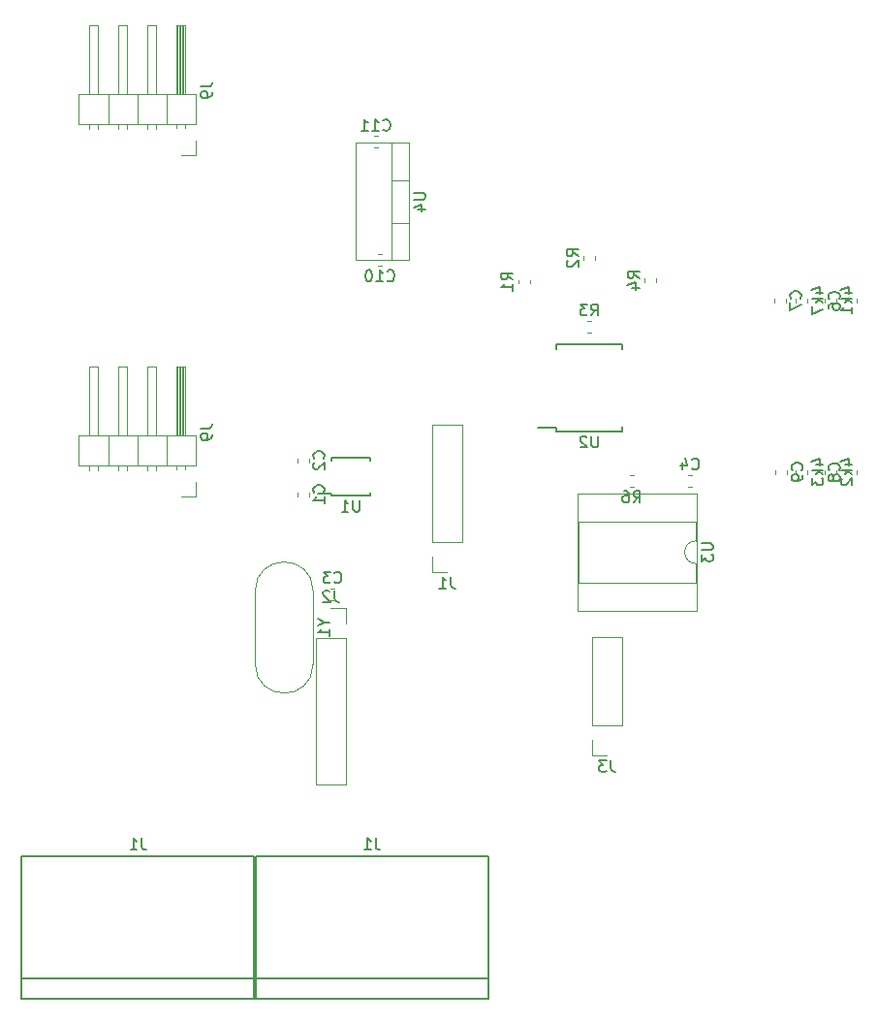
<source format=gbo>
G04 #@! TF.GenerationSoftware,KiCad,Pcbnew,(5.0.2)-1*
G04 #@! TF.CreationDate,2019-02-15T13:53:22+00:00*
G04 #@! TF.ProjectId,panel,70616e65-6c2e-46b6-9963-61645f706362,rev?*
G04 #@! TF.SameCoordinates,Original*
G04 #@! TF.FileFunction,Legend,Bot*
G04 #@! TF.FilePolarity,Positive*
%FSLAX46Y46*%
G04 Gerber Fmt 4.6, Leading zero omitted, Abs format (unit mm)*
G04 Created by KiCad (PCBNEW (5.0.2)-1) date 15/02/2019 13:53:22*
%MOMM*%
%LPD*%
G01*
G04 APERTURE LIST*
%ADD10C,0.120000*%
%ADD11C,0.150000*%
G04 APERTURE END LIST*
D10*
G04 #@! TO.C,J1*
X114684500Y-76267000D02*
X117344500Y-76267000D01*
X114684500Y-86487000D02*
X114684500Y-76267000D01*
X117344500Y-86487000D02*
X117344500Y-76267000D01*
X114684500Y-86487000D02*
X117344500Y-86487000D01*
X114684500Y-87757000D02*
X114684500Y-89087000D01*
X114684500Y-89087000D02*
X116014500Y-89087000D01*
G04 #@! TO.C,4k1*
X149032500Y-65542279D02*
X149032500Y-65216721D01*
X150052500Y-65542279D02*
X150052500Y-65216721D01*
G04 #@! TO.C,4k2*
X150052500Y-80528279D02*
X150052500Y-80202721D01*
X149032500Y-80528279D02*
X149032500Y-80202721D01*
G04 #@! TO.C,4k3*
X147512500Y-80528279D02*
X147512500Y-80202721D01*
X146492500Y-80528279D02*
X146492500Y-80202721D01*
G04 #@! TO.C,4k7*
X147512500Y-65542279D02*
X147512500Y-65216721D01*
X146492500Y-65542279D02*
X146492500Y-65216721D01*
G04 #@! TO.C,C1*
X102931500Y-82484279D02*
X102931500Y-82158721D01*
X103951500Y-82484279D02*
X103951500Y-82158721D01*
G04 #@! TO.C,C2*
X103951500Y-79512279D02*
X103951500Y-79186721D01*
X102931500Y-79512279D02*
X102931500Y-79186721D01*
G04 #@! TO.C,C3*
X106169779Y-90549000D02*
X105844221Y-90549000D01*
X106169779Y-91569000D02*
X105844221Y-91569000D01*
G04 #@! TO.C,C6*
X151830500Y-65267721D02*
X151830500Y-65593279D01*
X150810500Y-65267721D02*
X150810500Y-65593279D01*
G04 #@! TO.C,C7*
X145607500Y-65542279D02*
X145607500Y-65216721D01*
X144587500Y-65542279D02*
X144587500Y-65216721D01*
G04 #@! TO.C,C8*
X151830500Y-80228221D02*
X151830500Y-80553779D01*
X150810500Y-80228221D02*
X150810500Y-80553779D01*
G04 #@! TO.C,C9*
X145734500Y-80528279D02*
X145734500Y-80202721D01*
X144714500Y-80528279D02*
X144714500Y-80202721D01*
G04 #@! TO.C,C10*
X109984221Y-62359000D02*
X110309779Y-62359000D01*
X109984221Y-61339000D02*
X110309779Y-61339000D01*
G04 #@! TO.C,C11*
X109954279Y-52072000D02*
X109628721Y-52072000D01*
X109954279Y-51052000D02*
X109628721Y-51052000D01*
G04 #@! TO.C,J2*
X107184500Y-107629000D02*
X104524500Y-107629000D01*
X107184500Y-94869000D02*
X107184500Y-107629000D01*
X104524500Y-94869000D02*
X104524500Y-107629000D01*
X107184500Y-94869000D02*
X104524500Y-94869000D01*
X107184500Y-93599000D02*
X107184500Y-92269000D01*
X107184500Y-92269000D02*
X105854500Y-92269000D01*
G04 #@! TO.C,R1*
X123255500Y-63591221D02*
X123255500Y-63916779D01*
X122235500Y-63591221D02*
X122235500Y-63916779D01*
G04 #@! TO.C,R2*
X127950500Y-61533721D02*
X127950500Y-61859279D01*
X128970500Y-61533721D02*
X128970500Y-61859279D01*
G04 #@! TO.C,R3*
X128597779Y-68201000D02*
X128272221Y-68201000D01*
X128597779Y-67181000D02*
X128272221Y-67181000D01*
G04 #@! TO.C,R4*
X133284500Y-63438721D02*
X133284500Y-63764279D01*
X134304500Y-63438721D02*
X134304500Y-63764279D01*
G04 #@! TO.C,Y1*
X104315500Y-97153000D02*
X104315500Y-90753000D01*
X99265500Y-97153000D02*
X99265500Y-90753000D01*
X99265500Y-97153000D02*
G75*
G03X104315500Y-97153000I2525000J0D01*
G01*
X99265500Y-90753000D02*
G75*
G02X104315500Y-90753000I2525000J0D01*
G01*
D11*
G04 #@! TO.C,U2*
X125585500Y-76850000D02*
X125585500Y-76500000D01*
X131335500Y-76850000D02*
X131335500Y-76400000D01*
X131335500Y-69200000D02*
X131335500Y-69650000D01*
X125585500Y-69200000D02*
X125585500Y-69650000D01*
X125585500Y-76850000D02*
X131335500Y-76850000D01*
X125585500Y-69200000D02*
X131335500Y-69200000D01*
X125585500Y-76500000D02*
X123985500Y-76500000D01*
D10*
G04 #@! TO.C,C4*
X137411779Y-80643000D02*
X137086221Y-80643000D01*
X137411779Y-81663000D02*
X137086221Y-81663000D01*
G04 #@! TO.C,R6*
X131980721Y-81663000D02*
X132306279Y-81663000D01*
X131980721Y-80643000D02*
X132306279Y-80643000D01*
G04 #@! TO.C,U3*
X137791500Y-86376000D02*
G75*
G03X137791500Y-88376000I0J-1000000D01*
G01*
X137791500Y-88376000D02*
X137791500Y-90026000D01*
X137791500Y-90026000D02*
X127511500Y-90026000D01*
X127511500Y-90026000D02*
X127511500Y-84726000D01*
X127511500Y-84726000D02*
X137791500Y-84726000D01*
X137791500Y-84726000D02*
X137791500Y-86376000D01*
X137851500Y-92516000D02*
X127451500Y-92516000D01*
X127451500Y-92516000D02*
X127451500Y-82236000D01*
X127451500Y-82236000D02*
X137851500Y-82236000D01*
X137851500Y-82236000D02*
X137851500Y-92516000D01*
G04 #@! TO.C,J3*
X128654500Y-94809000D02*
X131314500Y-94809000D01*
X128654500Y-102489000D02*
X128654500Y-94809000D01*
X131314500Y-102489000D02*
X131314500Y-94809000D01*
X128654500Y-102489000D02*
X131314500Y-102489000D01*
X128654500Y-103759000D02*
X128654500Y-105089000D01*
X128654500Y-105089000D02*
X129984500Y-105089000D01*
G04 #@! TO.C,U4*
X112680500Y-61889000D02*
X112680500Y-51649000D01*
X108039500Y-61889000D02*
X108039500Y-51649000D01*
X112680500Y-61889000D02*
X108039500Y-61889000D01*
X112680500Y-51649000D02*
X108039500Y-51649000D01*
X111170500Y-61889000D02*
X111170500Y-51649000D01*
X112680500Y-58619000D02*
X111170500Y-58619000D01*
X112680500Y-54918000D02*
X111170500Y-54918000D01*
D11*
G04 #@! TO.C,U1*
X105957500Y-82447000D02*
X105957500Y-82222000D01*
X109307500Y-82447000D02*
X109307500Y-82147000D01*
X109307500Y-79097000D02*
X109307500Y-79397000D01*
X105957500Y-79097000D02*
X105957500Y-79397000D01*
X105957500Y-82447000D02*
X109307500Y-82447000D01*
X105957500Y-79097000D02*
X109307500Y-79097000D01*
X105957500Y-82222000D02*
X104732500Y-82222000D01*
G04 #@! TO.C,J1*
X99187000Y-113919000D02*
X78867000Y-113919000D01*
X78867000Y-113919000D02*
X78867000Y-126365000D01*
X78867000Y-126365000D02*
X99187000Y-126365000D01*
X99187000Y-126365000D02*
X99187000Y-113919000D01*
X99187000Y-124587000D02*
X78867000Y-124587000D01*
D10*
G04 #@! TO.C,J9*
X94103500Y-49995000D02*
X83823500Y-49995000D01*
X83823500Y-49995000D02*
X83823500Y-47335000D01*
X83823500Y-47335000D02*
X94103500Y-47335000D01*
X94103500Y-47335000D02*
X94103500Y-49995000D01*
X93153500Y-47335000D02*
X93153500Y-41335000D01*
X93153500Y-41335000D02*
X92393500Y-41335000D01*
X92393500Y-41335000D02*
X92393500Y-47335000D01*
X93093500Y-47335000D02*
X93093500Y-41335000D01*
X92973500Y-47335000D02*
X92973500Y-41335000D01*
X92853500Y-47335000D02*
X92853500Y-41335000D01*
X92733500Y-47335000D02*
X92733500Y-41335000D01*
X92613500Y-47335000D02*
X92613500Y-41335000D01*
X92493500Y-47335000D02*
X92493500Y-41335000D01*
X93153500Y-50325000D02*
X93153500Y-49995000D01*
X92393500Y-50325000D02*
X92393500Y-49995000D01*
X91503500Y-49995000D02*
X91503500Y-47335000D01*
X90613500Y-47335000D02*
X90613500Y-41335000D01*
X90613500Y-41335000D02*
X89853500Y-41335000D01*
X89853500Y-41335000D02*
X89853500Y-47335000D01*
X90613500Y-50392071D02*
X90613500Y-49995000D01*
X89853500Y-50392071D02*
X89853500Y-49995000D01*
X88963500Y-49995000D02*
X88963500Y-47335000D01*
X88073500Y-47335000D02*
X88073500Y-41335000D01*
X88073500Y-41335000D02*
X87313500Y-41335000D01*
X87313500Y-41335000D02*
X87313500Y-47335000D01*
X88073500Y-50392071D02*
X88073500Y-49995000D01*
X87313500Y-50392071D02*
X87313500Y-49995000D01*
X86423500Y-49995000D02*
X86423500Y-47335000D01*
X85533500Y-47335000D02*
X85533500Y-41335000D01*
X85533500Y-41335000D02*
X84773500Y-41335000D01*
X84773500Y-41335000D02*
X84773500Y-47335000D01*
X85533500Y-50392071D02*
X85533500Y-49995000D01*
X84773500Y-50392071D02*
X84773500Y-49995000D01*
X92773500Y-52705000D02*
X94043500Y-52705000D01*
X94043500Y-52705000D02*
X94043500Y-51435000D01*
X94103500Y-79840000D02*
X83823500Y-79840000D01*
X83823500Y-79840000D02*
X83823500Y-77180000D01*
X83823500Y-77180000D02*
X94103500Y-77180000D01*
X94103500Y-77180000D02*
X94103500Y-79840000D01*
X93153500Y-77180000D02*
X93153500Y-71180000D01*
X93153500Y-71180000D02*
X92393500Y-71180000D01*
X92393500Y-71180000D02*
X92393500Y-77180000D01*
X93093500Y-77180000D02*
X93093500Y-71180000D01*
X92973500Y-77180000D02*
X92973500Y-71180000D01*
X92853500Y-77180000D02*
X92853500Y-71180000D01*
X92733500Y-77180000D02*
X92733500Y-71180000D01*
X92613500Y-77180000D02*
X92613500Y-71180000D01*
X92493500Y-77180000D02*
X92493500Y-71180000D01*
X93153500Y-80170000D02*
X93153500Y-79840000D01*
X92393500Y-80170000D02*
X92393500Y-79840000D01*
X91503500Y-79840000D02*
X91503500Y-77180000D01*
X90613500Y-77180000D02*
X90613500Y-71180000D01*
X90613500Y-71180000D02*
X89853500Y-71180000D01*
X89853500Y-71180000D02*
X89853500Y-77180000D01*
X90613500Y-80237071D02*
X90613500Y-79840000D01*
X89853500Y-80237071D02*
X89853500Y-79840000D01*
X88963500Y-79840000D02*
X88963500Y-77180000D01*
X88073500Y-77180000D02*
X88073500Y-71180000D01*
X88073500Y-71180000D02*
X87313500Y-71180000D01*
X87313500Y-71180000D02*
X87313500Y-77180000D01*
X88073500Y-80237071D02*
X88073500Y-79840000D01*
X87313500Y-80237071D02*
X87313500Y-79840000D01*
X86423500Y-79840000D02*
X86423500Y-77180000D01*
X85533500Y-77180000D02*
X85533500Y-71180000D01*
X85533500Y-71180000D02*
X84773500Y-71180000D01*
X84773500Y-71180000D02*
X84773500Y-77180000D01*
X85533500Y-80237071D02*
X85533500Y-79840000D01*
X84773500Y-80237071D02*
X84773500Y-79840000D01*
X92773500Y-82550000D02*
X94043500Y-82550000D01*
X94043500Y-82550000D02*
X94043500Y-81280000D01*
D11*
G04 #@! TO.C,J1*
X119634000Y-113919000D02*
X99314000Y-113919000D01*
X99314000Y-113919000D02*
X99314000Y-126365000D01*
X99314000Y-126365000D02*
X119634000Y-126365000D01*
X119634000Y-126365000D02*
X119634000Y-113919000D01*
X119634000Y-124587000D02*
X99314000Y-124587000D01*
X116347833Y-89539380D02*
X116347833Y-90253666D01*
X116395452Y-90396523D01*
X116490690Y-90491761D01*
X116633547Y-90539380D01*
X116728785Y-90539380D01*
X115347833Y-90539380D02*
X115919261Y-90539380D01*
X115633547Y-90539380D02*
X115633547Y-89539380D01*
X115728785Y-89682238D01*
X115824023Y-89777476D01*
X115919261Y-89825095D01*
G04 #@! TO.C,4k1*
X150758214Y-64689023D02*
X151424880Y-64689023D01*
X150377261Y-64450928D02*
X151091547Y-64212833D01*
X151091547Y-64831880D01*
X151424880Y-65212833D02*
X150424880Y-65212833D01*
X151043928Y-65308071D02*
X151424880Y-65593785D01*
X150758214Y-65593785D02*
X151139166Y-65212833D01*
X151424880Y-66546166D02*
X151424880Y-65974738D01*
X151424880Y-66260452D02*
X150424880Y-66260452D01*
X150567738Y-66165214D01*
X150662976Y-66069976D01*
X150710595Y-65974738D01*
G04 #@! TO.C,4k2*
X150758214Y-79675023D02*
X151424880Y-79675023D01*
X150377261Y-79436928D02*
X151091547Y-79198833D01*
X151091547Y-79817880D01*
X151424880Y-80198833D02*
X150424880Y-80198833D01*
X151043928Y-80294071D02*
X151424880Y-80579785D01*
X150758214Y-80579785D02*
X151139166Y-80198833D01*
X150520119Y-80960738D02*
X150472500Y-81008357D01*
X150424880Y-81103595D01*
X150424880Y-81341690D01*
X150472500Y-81436928D01*
X150520119Y-81484547D01*
X150615357Y-81532166D01*
X150710595Y-81532166D01*
X150853452Y-81484547D01*
X151424880Y-80913119D01*
X151424880Y-81532166D01*
G04 #@! TO.C,4k3*
X148218214Y-79675023D02*
X148884880Y-79675023D01*
X147837261Y-79436928D02*
X148551547Y-79198833D01*
X148551547Y-79817880D01*
X148884880Y-80198833D02*
X147884880Y-80198833D01*
X148503928Y-80294071D02*
X148884880Y-80579785D01*
X148218214Y-80579785D02*
X148599166Y-80198833D01*
X147884880Y-80913119D02*
X147884880Y-81532166D01*
X148265833Y-81198833D01*
X148265833Y-81341690D01*
X148313452Y-81436928D01*
X148361071Y-81484547D01*
X148456309Y-81532166D01*
X148694404Y-81532166D01*
X148789642Y-81484547D01*
X148837261Y-81436928D01*
X148884880Y-81341690D01*
X148884880Y-81055976D01*
X148837261Y-80960738D01*
X148789642Y-80913119D01*
G04 #@! TO.C,4k7*
X148218214Y-64689023D02*
X148884880Y-64689023D01*
X147837261Y-64450928D02*
X148551547Y-64212833D01*
X148551547Y-64831880D01*
X148884880Y-65212833D02*
X147884880Y-65212833D01*
X148503928Y-65308071D02*
X148884880Y-65593785D01*
X148218214Y-65593785D02*
X148599166Y-65212833D01*
X147884880Y-65927119D02*
X147884880Y-66593785D01*
X148884880Y-66165214D01*
G04 #@! TO.C,C1*
X105228642Y-82154833D02*
X105276261Y-82107214D01*
X105323880Y-81964357D01*
X105323880Y-81869119D01*
X105276261Y-81726261D01*
X105181023Y-81631023D01*
X105085785Y-81583404D01*
X104895309Y-81535785D01*
X104752452Y-81535785D01*
X104561976Y-81583404D01*
X104466738Y-81631023D01*
X104371500Y-81726261D01*
X104323880Y-81869119D01*
X104323880Y-81964357D01*
X104371500Y-82107214D01*
X104419119Y-82154833D01*
X105323880Y-83107214D02*
X105323880Y-82535785D01*
X105323880Y-82821500D02*
X104323880Y-82821500D01*
X104466738Y-82726261D01*
X104561976Y-82631023D01*
X104609595Y-82535785D01*
G04 #@! TO.C,C2*
X105228642Y-79182833D02*
X105276261Y-79135214D01*
X105323880Y-78992357D01*
X105323880Y-78897119D01*
X105276261Y-78754261D01*
X105181023Y-78659023D01*
X105085785Y-78611404D01*
X104895309Y-78563785D01*
X104752452Y-78563785D01*
X104561976Y-78611404D01*
X104466738Y-78659023D01*
X104371500Y-78754261D01*
X104323880Y-78897119D01*
X104323880Y-78992357D01*
X104371500Y-79135214D01*
X104419119Y-79182833D01*
X104419119Y-79563785D02*
X104371500Y-79611404D01*
X104323880Y-79706642D01*
X104323880Y-79944738D01*
X104371500Y-80039976D01*
X104419119Y-80087595D01*
X104514357Y-80135214D01*
X104609595Y-80135214D01*
X104752452Y-80087595D01*
X105323880Y-79516166D01*
X105323880Y-80135214D01*
G04 #@! TO.C,C3*
X106173666Y-89986142D02*
X106221285Y-90033761D01*
X106364142Y-90081380D01*
X106459380Y-90081380D01*
X106602238Y-90033761D01*
X106697476Y-89938523D01*
X106745095Y-89843285D01*
X106792714Y-89652809D01*
X106792714Y-89509952D01*
X106745095Y-89319476D01*
X106697476Y-89224238D01*
X106602238Y-89129000D01*
X106459380Y-89081380D01*
X106364142Y-89081380D01*
X106221285Y-89129000D01*
X106173666Y-89176619D01*
X105840333Y-89081380D02*
X105221285Y-89081380D01*
X105554619Y-89462333D01*
X105411761Y-89462333D01*
X105316523Y-89509952D01*
X105268904Y-89557571D01*
X105221285Y-89652809D01*
X105221285Y-89890904D01*
X105268904Y-89986142D01*
X105316523Y-90033761D01*
X105411761Y-90081380D01*
X105697476Y-90081380D01*
X105792714Y-90033761D01*
X105840333Y-89986142D01*
G04 #@! TO.C,C6*
X150247642Y-65263833D02*
X150295261Y-65216214D01*
X150342880Y-65073357D01*
X150342880Y-64978119D01*
X150295261Y-64835261D01*
X150200023Y-64740023D01*
X150104785Y-64692404D01*
X149914309Y-64644785D01*
X149771452Y-64644785D01*
X149580976Y-64692404D01*
X149485738Y-64740023D01*
X149390500Y-64835261D01*
X149342880Y-64978119D01*
X149342880Y-65073357D01*
X149390500Y-65216214D01*
X149438119Y-65263833D01*
X149342880Y-66120976D02*
X149342880Y-65930500D01*
X149390500Y-65835261D01*
X149438119Y-65787642D01*
X149580976Y-65692404D01*
X149771452Y-65644785D01*
X150152404Y-65644785D01*
X150247642Y-65692404D01*
X150295261Y-65740023D01*
X150342880Y-65835261D01*
X150342880Y-66025738D01*
X150295261Y-66120976D01*
X150247642Y-66168595D01*
X150152404Y-66216214D01*
X149914309Y-66216214D01*
X149819071Y-66168595D01*
X149771452Y-66120976D01*
X149723833Y-66025738D01*
X149723833Y-65835261D01*
X149771452Y-65740023D01*
X149819071Y-65692404D01*
X149914309Y-65644785D01*
G04 #@! TO.C,C7*
X146884642Y-65212833D02*
X146932261Y-65165214D01*
X146979880Y-65022357D01*
X146979880Y-64927119D01*
X146932261Y-64784261D01*
X146837023Y-64689023D01*
X146741785Y-64641404D01*
X146551309Y-64593785D01*
X146408452Y-64593785D01*
X146217976Y-64641404D01*
X146122738Y-64689023D01*
X146027500Y-64784261D01*
X145979880Y-64927119D01*
X145979880Y-65022357D01*
X146027500Y-65165214D01*
X146075119Y-65212833D01*
X145979880Y-65546166D02*
X145979880Y-66212833D01*
X146979880Y-65784261D01*
G04 #@! TO.C,C8*
X150247642Y-80224333D02*
X150295261Y-80176714D01*
X150342880Y-80033857D01*
X150342880Y-79938619D01*
X150295261Y-79795761D01*
X150200023Y-79700523D01*
X150104785Y-79652904D01*
X149914309Y-79605285D01*
X149771452Y-79605285D01*
X149580976Y-79652904D01*
X149485738Y-79700523D01*
X149390500Y-79795761D01*
X149342880Y-79938619D01*
X149342880Y-80033857D01*
X149390500Y-80176714D01*
X149438119Y-80224333D01*
X149771452Y-80795761D02*
X149723833Y-80700523D01*
X149676214Y-80652904D01*
X149580976Y-80605285D01*
X149533357Y-80605285D01*
X149438119Y-80652904D01*
X149390500Y-80700523D01*
X149342880Y-80795761D01*
X149342880Y-80986238D01*
X149390500Y-81081476D01*
X149438119Y-81129095D01*
X149533357Y-81176714D01*
X149580976Y-81176714D01*
X149676214Y-81129095D01*
X149723833Y-81081476D01*
X149771452Y-80986238D01*
X149771452Y-80795761D01*
X149819071Y-80700523D01*
X149866690Y-80652904D01*
X149961928Y-80605285D01*
X150152404Y-80605285D01*
X150247642Y-80652904D01*
X150295261Y-80700523D01*
X150342880Y-80795761D01*
X150342880Y-80986238D01*
X150295261Y-81081476D01*
X150247642Y-81129095D01*
X150152404Y-81176714D01*
X149961928Y-81176714D01*
X149866690Y-81129095D01*
X149819071Y-81081476D01*
X149771452Y-80986238D01*
G04 #@! TO.C,C9*
X147011642Y-80198833D02*
X147059261Y-80151214D01*
X147106880Y-80008357D01*
X147106880Y-79913119D01*
X147059261Y-79770261D01*
X146964023Y-79675023D01*
X146868785Y-79627404D01*
X146678309Y-79579785D01*
X146535452Y-79579785D01*
X146344976Y-79627404D01*
X146249738Y-79675023D01*
X146154500Y-79770261D01*
X146106880Y-79913119D01*
X146106880Y-80008357D01*
X146154500Y-80151214D01*
X146202119Y-80198833D01*
X147106880Y-80675023D02*
X147106880Y-80865500D01*
X147059261Y-80960738D01*
X147011642Y-81008357D01*
X146868785Y-81103595D01*
X146678309Y-81151214D01*
X146297357Y-81151214D01*
X146202119Y-81103595D01*
X146154500Y-81055976D01*
X146106880Y-80960738D01*
X146106880Y-80770261D01*
X146154500Y-80675023D01*
X146202119Y-80627404D01*
X146297357Y-80579785D01*
X146535452Y-80579785D01*
X146630690Y-80627404D01*
X146678309Y-80675023D01*
X146725928Y-80770261D01*
X146725928Y-80960738D01*
X146678309Y-81055976D01*
X146630690Y-81103595D01*
X146535452Y-81151214D01*
G04 #@! TO.C,C10*
X110789857Y-63636142D02*
X110837476Y-63683761D01*
X110980333Y-63731380D01*
X111075571Y-63731380D01*
X111218428Y-63683761D01*
X111313666Y-63588523D01*
X111361285Y-63493285D01*
X111408904Y-63302809D01*
X111408904Y-63159952D01*
X111361285Y-62969476D01*
X111313666Y-62874238D01*
X111218428Y-62779000D01*
X111075571Y-62731380D01*
X110980333Y-62731380D01*
X110837476Y-62779000D01*
X110789857Y-62826619D01*
X109837476Y-63731380D02*
X110408904Y-63731380D01*
X110123190Y-63731380D02*
X110123190Y-62731380D01*
X110218428Y-62874238D01*
X110313666Y-62969476D01*
X110408904Y-63017095D01*
X109218428Y-62731380D02*
X109123190Y-62731380D01*
X109027952Y-62779000D01*
X108980333Y-62826619D01*
X108932714Y-62921857D01*
X108885095Y-63112333D01*
X108885095Y-63350428D01*
X108932714Y-63540904D01*
X108980333Y-63636142D01*
X109027952Y-63683761D01*
X109123190Y-63731380D01*
X109218428Y-63731380D01*
X109313666Y-63683761D01*
X109361285Y-63636142D01*
X109408904Y-63540904D01*
X109456523Y-63350428D01*
X109456523Y-63112333D01*
X109408904Y-62921857D01*
X109361285Y-62826619D01*
X109313666Y-62779000D01*
X109218428Y-62731380D01*
G04 #@! TO.C,C11*
X110434357Y-50489142D02*
X110481976Y-50536761D01*
X110624833Y-50584380D01*
X110720071Y-50584380D01*
X110862928Y-50536761D01*
X110958166Y-50441523D01*
X111005785Y-50346285D01*
X111053404Y-50155809D01*
X111053404Y-50012952D01*
X111005785Y-49822476D01*
X110958166Y-49727238D01*
X110862928Y-49632000D01*
X110720071Y-49584380D01*
X110624833Y-49584380D01*
X110481976Y-49632000D01*
X110434357Y-49679619D01*
X109481976Y-50584380D02*
X110053404Y-50584380D01*
X109767690Y-50584380D02*
X109767690Y-49584380D01*
X109862928Y-49727238D01*
X109958166Y-49822476D01*
X110053404Y-49870095D01*
X108529595Y-50584380D02*
X109101023Y-50584380D01*
X108815309Y-50584380D02*
X108815309Y-49584380D01*
X108910547Y-49727238D01*
X109005785Y-49822476D01*
X109101023Y-49870095D01*
G04 #@! TO.C,J2*
X106187833Y-90721380D02*
X106187833Y-91435666D01*
X106235452Y-91578523D01*
X106330690Y-91673761D01*
X106473547Y-91721380D01*
X106568785Y-91721380D01*
X105759261Y-90816619D02*
X105711642Y-90769000D01*
X105616404Y-90721380D01*
X105378309Y-90721380D01*
X105283071Y-90769000D01*
X105235452Y-90816619D01*
X105187833Y-90911857D01*
X105187833Y-91007095D01*
X105235452Y-91149952D01*
X105806880Y-91721380D01*
X105187833Y-91721380D01*
G04 #@! TO.C,R1*
X121767880Y-63587333D02*
X121291690Y-63254000D01*
X121767880Y-63015904D02*
X120767880Y-63015904D01*
X120767880Y-63396857D01*
X120815500Y-63492095D01*
X120863119Y-63539714D01*
X120958357Y-63587333D01*
X121101214Y-63587333D01*
X121196452Y-63539714D01*
X121244071Y-63492095D01*
X121291690Y-63396857D01*
X121291690Y-63015904D01*
X121767880Y-64539714D02*
X121767880Y-63968285D01*
X121767880Y-64254000D02*
X120767880Y-64254000D01*
X120910738Y-64158761D01*
X121005976Y-64063523D01*
X121053595Y-63968285D01*
G04 #@! TO.C,R2*
X127482880Y-61529833D02*
X127006690Y-61196500D01*
X127482880Y-60958404D02*
X126482880Y-60958404D01*
X126482880Y-61339357D01*
X126530500Y-61434595D01*
X126578119Y-61482214D01*
X126673357Y-61529833D01*
X126816214Y-61529833D01*
X126911452Y-61482214D01*
X126959071Y-61434595D01*
X127006690Y-61339357D01*
X127006690Y-60958404D01*
X126578119Y-61910785D02*
X126530500Y-61958404D01*
X126482880Y-62053642D01*
X126482880Y-62291738D01*
X126530500Y-62386976D01*
X126578119Y-62434595D01*
X126673357Y-62482214D01*
X126768595Y-62482214D01*
X126911452Y-62434595D01*
X127482880Y-61863166D01*
X127482880Y-62482214D01*
G04 #@! TO.C,R3*
X128601666Y-66713380D02*
X128935000Y-66237190D01*
X129173095Y-66713380D02*
X129173095Y-65713380D01*
X128792142Y-65713380D01*
X128696904Y-65761000D01*
X128649285Y-65808619D01*
X128601666Y-65903857D01*
X128601666Y-66046714D01*
X128649285Y-66141952D01*
X128696904Y-66189571D01*
X128792142Y-66237190D01*
X129173095Y-66237190D01*
X128268333Y-65713380D02*
X127649285Y-65713380D01*
X127982619Y-66094333D01*
X127839761Y-66094333D01*
X127744523Y-66141952D01*
X127696904Y-66189571D01*
X127649285Y-66284809D01*
X127649285Y-66522904D01*
X127696904Y-66618142D01*
X127744523Y-66665761D01*
X127839761Y-66713380D01*
X128125476Y-66713380D01*
X128220714Y-66665761D01*
X128268333Y-66618142D01*
G04 #@! TO.C,R4*
X132816880Y-63434833D02*
X132340690Y-63101500D01*
X132816880Y-62863404D02*
X131816880Y-62863404D01*
X131816880Y-63244357D01*
X131864500Y-63339595D01*
X131912119Y-63387214D01*
X132007357Y-63434833D01*
X132150214Y-63434833D01*
X132245452Y-63387214D01*
X132293071Y-63339595D01*
X132340690Y-63244357D01*
X132340690Y-62863404D01*
X132150214Y-64291976D02*
X132816880Y-64291976D01*
X131769261Y-64053880D02*
X132483547Y-63815785D01*
X132483547Y-64434833D01*
G04 #@! TO.C,Y1*
X105291690Y-93476809D02*
X105767880Y-93476809D01*
X104767880Y-93143476D02*
X105291690Y-93476809D01*
X104767880Y-93810142D01*
X105767880Y-94667285D02*
X105767880Y-94095857D01*
X105767880Y-94381571D02*
X104767880Y-94381571D01*
X104910738Y-94286333D01*
X105005976Y-94191095D01*
X105053595Y-94095857D01*
G04 #@! TO.C,U2*
X129222404Y-77227380D02*
X129222404Y-78036904D01*
X129174785Y-78132142D01*
X129127166Y-78179761D01*
X129031928Y-78227380D01*
X128841452Y-78227380D01*
X128746214Y-78179761D01*
X128698595Y-78132142D01*
X128650976Y-78036904D01*
X128650976Y-77227380D01*
X128222404Y-77322619D02*
X128174785Y-77275000D01*
X128079547Y-77227380D01*
X127841452Y-77227380D01*
X127746214Y-77275000D01*
X127698595Y-77322619D01*
X127650976Y-77417857D01*
X127650976Y-77513095D01*
X127698595Y-77655952D01*
X128270023Y-78227380D01*
X127650976Y-78227380D01*
G04 #@! TO.C,C4*
X137415666Y-80080142D02*
X137463285Y-80127761D01*
X137606142Y-80175380D01*
X137701380Y-80175380D01*
X137844238Y-80127761D01*
X137939476Y-80032523D01*
X137987095Y-79937285D01*
X138034714Y-79746809D01*
X138034714Y-79603952D01*
X137987095Y-79413476D01*
X137939476Y-79318238D01*
X137844238Y-79223000D01*
X137701380Y-79175380D01*
X137606142Y-79175380D01*
X137463285Y-79223000D01*
X137415666Y-79270619D01*
X136558523Y-79508714D02*
X136558523Y-80175380D01*
X136796619Y-79127761D02*
X137034714Y-79842047D01*
X136415666Y-79842047D01*
G04 #@! TO.C,R6*
X132310166Y-83035380D02*
X132643500Y-82559190D01*
X132881595Y-83035380D02*
X132881595Y-82035380D01*
X132500642Y-82035380D01*
X132405404Y-82083000D01*
X132357785Y-82130619D01*
X132310166Y-82225857D01*
X132310166Y-82368714D01*
X132357785Y-82463952D01*
X132405404Y-82511571D01*
X132500642Y-82559190D01*
X132881595Y-82559190D01*
X131453023Y-82035380D02*
X131643500Y-82035380D01*
X131738738Y-82083000D01*
X131786357Y-82130619D01*
X131881595Y-82273476D01*
X131929214Y-82463952D01*
X131929214Y-82844904D01*
X131881595Y-82940142D01*
X131833976Y-82987761D01*
X131738738Y-83035380D01*
X131548261Y-83035380D01*
X131453023Y-82987761D01*
X131405404Y-82940142D01*
X131357785Y-82844904D01*
X131357785Y-82606809D01*
X131405404Y-82511571D01*
X131453023Y-82463952D01*
X131548261Y-82416333D01*
X131738738Y-82416333D01*
X131833976Y-82463952D01*
X131881595Y-82511571D01*
X131929214Y-82606809D01*
G04 #@! TO.C,U3*
X138243880Y-86614095D02*
X139053404Y-86614095D01*
X139148642Y-86661714D01*
X139196261Y-86709333D01*
X139243880Y-86804571D01*
X139243880Y-86995047D01*
X139196261Y-87090285D01*
X139148642Y-87137904D01*
X139053404Y-87185523D01*
X138243880Y-87185523D01*
X138243880Y-87566476D02*
X138243880Y-88185523D01*
X138624833Y-87852190D01*
X138624833Y-87995047D01*
X138672452Y-88090285D01*
X138720071Y-88137904D01*
X138815309Y-88185523D01*
X139053404Y-88185523D01*
X139148642Y-88137904D01*
X139196261Y-88090285D01*
X139243880Y-87995047D01*
X139243880Y-87709333D01*
X139196261Y-87614095D01*
X139148642Y-87566476D01*
G04 #@! TO.C,J3*
X130317833Y-105541380D02*
X130317833Y-106255666D01*
X130365452Y-106398523D01*
X130460690Y-106493761D01*
X130603547Y-106541380D01*
X130698785Y-106541380D01*
X129936880Y-105541380D02*
X129317833Y-105541380D01*
X129651166Y-105922333D01*
X129508309Y-105922333D01*
X129413071Y-105969952D01*
X129365452Y-106017571D01*
X129317833Y-106112809D01*
X129317833Y-106350904D01*
X129365452Y-106446142D01*
X129413071Y-106493761D01*
X129508309Y-106541380D01*
X129794023Y-106541380D01*
X129889261Y-106493761D01*
X129936880Y-106446142D01*
G04 #@! TO.C,U4*
X113132880Y-56007095D02*
X113942404Y-56007095D01*
X114037642Y-56054714D01*
X114085261Y-56102333D01*
X114132880Y-56197571D01*
X114132880Y-56388047D01*
X114085261Y-56483285D01*
X114037642Y-56530904D01*
X113942404Y-56578523D01*
X113132880Y-56578523D01*
X113466214Y-57483285D02*
X114132880Y-57483285D01*
X113085261Y-57245190D02*
X113799547Y-57007095D01*
X113799547Y-57626142D01*
G04 #@! TO.C,U1*
X108394404Y-82824380D02*
X108394404Y-83633904D01*
X108346785Y-83729142D01*
X108299166Y-83776761D01*
X108203928Y-83824380D01*
X108013452Y-83824380D01*
X107918214Y-83776761D01*
X107870595Y-83729142D01*
X107822976Y-83633904D01*
X107822976Y-82824380D01*
X106822976Y-83824380D02*
X107394404Y-83824380D01*
X107108690Y-83824380D02*
X107108690Y-82824380D01*
X107203928Y-82967238D01*
X107299166Y-83062476D01*
X107394404Y-83110095D01*
G04 #@! TO.C,J1*
X89360333Y-112347380D02*
X89360333Y-113061666D01*
X89407952Y-113204523D01*
X89503190Y-113299761D01*
X89646047Y-113347380D01*
X89741285Y-113347380D01*
X88360333Y-113347380D02*
X88931761Y-113347380D01*
X88646047Y-113347380D02*
X88646047Y-112347380D01*
X88741285Y-112490238D01*
X88836523Y-112585476D01*
X88931761Y-112633095D01*
G04 #@! TO.C,J9*
X94495880Y-46716666D02*
X95210166Y-46716666D01*
X95353023Y-46669047D01*
X95448261Y-46573809D01*
X95495880Y-46430952D01*
X95495880Y-46335714D01*
X95495880Y-47240476D02*
X95495880Y-47430952D01*
X95448261Y-47526190D01*
X95400642Y-47573809D01*
X95257785Y-47669047D01*
X95067309Y-47716666D01*
X94686357Y-47716666D01*
X94591119Y-47669047D01*
X94543500Y-47621428D01*
X94495880Y-47526190D01*
X94495880Y-47335714D01*
X94543500Y-47240476D01*
X94591119Y-47192857D01*
X94686357Y-47145238D01*
X94924452Y-47145238D01*
X95019690Y-47192857D01*
X95067309Y-47240476D01*
X95114928Y-47335714D01*
X95114928Y-47526190D01*
X95067309Y-47621428D01*
X95019690Y-47669047D01*
X94924452Y-47716666D01*
X94495880Y-76561666D02*
X95210166Y-76561666D01*
X95353023Y-76514047D01*
X95448261Y-76418809D01*
X95495880Y-76275952D01*
X95495880Y-76180714D01*
X95495880Y-77085476D02*
X95495880Y-77275952D01*
X95448261Y-77371190D01*
X95400642Y-77418809D01*
X95257785Y-77514047D01*
X95067309Y-77561666D01*
X94686357Y-77561666D01*
X94591119Y-77514047D01*
X94543500Y-77466428D01*
X94495880Y-77371190D01*
X94495880Y-77180714D01*
X94543500Y-77085476D01*
X94591119Y-77037857D01*
X94686357Y-76990238D01*
X94924452Y-76990238D01*
X95019690Y-77037857D01*
X95067309Y-77085476D01*
X95114928Y-77180714D01*
X95114928Y-77371190D01*
X95067309Y-77466428D01*
X95019690Y-77514047D01*
X94924452Y-77561666D01*
G04 #@! TO.C,J1*
X109807333Y-112347380D02*
X109807333Y-113061666D01*
X109854952Y-113204523D01*
X109950190Y-113299761D01*
X110093047Y-113347380D01*
X110188285Y-113347380D01*
X108807333Y-113347380D02*
X109378761Y-113347380D01*
X109093047Y-113347380D02*
X109093047Y-112347380D01*
X109188285Y-112490238D01*
X109283523Y-112585476D01*
X109378761Y-112633095D01*
G04 #@! TD*
M02*

</source>
